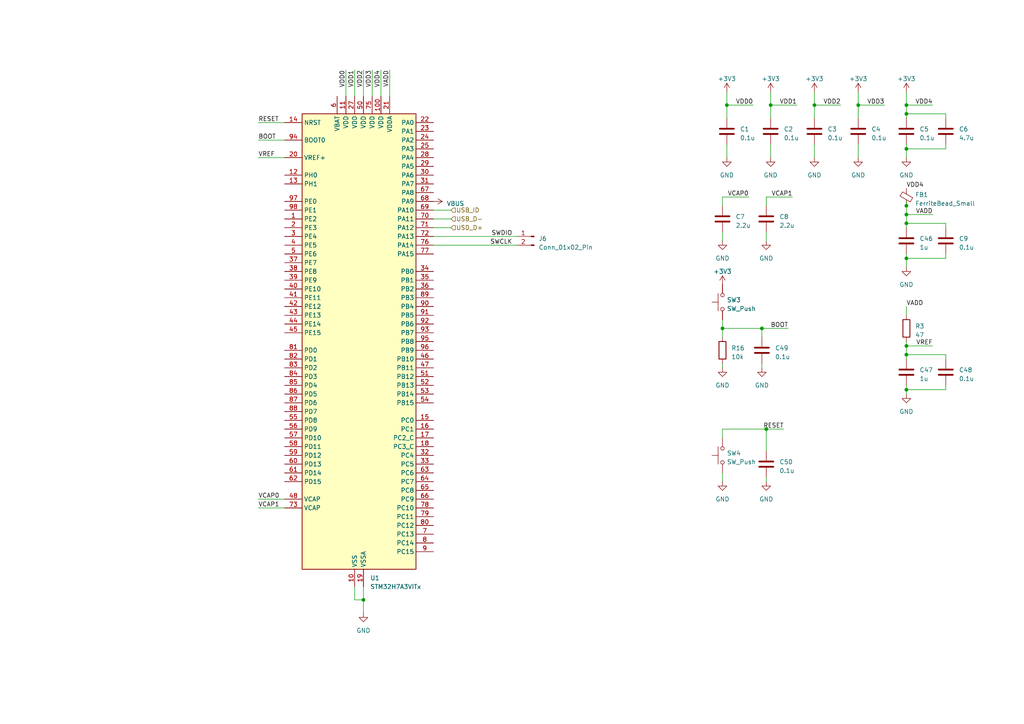
<source format=kicad_sch>
(kicad_sch (version 20230121) (generator eeschema)
  (paper "A4")
  (lib_symbols
    (symbol "Connector:Conn_01x02_Pin" (pin_names (offset 1.016) hide)
      (property "Reference" "J" (at 0 2.54 0))
      (property "Value" "Conn_01x02_Pin" (at 0 -5.08 0))
      (symbol "Conn_01x02_Pin_1_1"
        (polyline (pts (xy 1.27 -2.54) (xy 0.8636 -2.54)) (stroke (width 0.1524)))
        (polyline (pts (xy 1.27 0) (xy 0.8636 0)) (stroke (width 0.1524)))
        (rectangle (start 0.8636 -2.413) (end 0 -2.667) (stroke (width 0.1524)) (fill (type outline)))
        (rectangle (start 0.8636 0.127) (end 0 -0.127) (stroke (width 0.1524)) (fill (type outline)))
        (pin passive line (at 5.08 0 180) (length 3.81) (name "Pin_1") (number "1"))
        (pin passive line (at 5.08 -2.54 180) (length 3.81) (name "Pin_2") (number "2"))
      )
    )
    (symbol "Device:C" (pin_numbers hide) (pin_names (offset 0.254))
      (property "Reference" "C" (at 0.635 2.54 0))
      (property "Value" "C" (at 0.635 -2.54 0))
      (symbol "C_0_1"
        (polyline (pts (xy -2.032 -0.762) (xy 2.032 -0.762)) (stroke (width 0.508)))
        (polyline (pts (xy -2.032 0.762) (xy 2.032 0.762)) (stroke (width 0.508)))
      )
      (symbol "C_1_1"
        (pin passive line (at 0 3.81 270) (length 2.794) (name "~") (number "1"))
        (pin passive line (at 0 -3.81 90) (length 2.794) (name "~") (number "2"))
      )
    )
    (symbol "Device:FerriteBead_Small" (pin_numbers hide) (pin_names (offset 0))
      (property "Reference" "FB" (at 1.905 1.27 0))
      (property "Value" "FerriteBead_Small" (at 1.905 -1.27 0))
      (symbol "FerriteBead_Small_0_1"
        (polyline (pts (xy 0 -1.27) (xy 0 -0.7874)))
        (polyline (pts (xy 0 0.889) (xy 0 1.2954)))
        (polyline (pts (xy -1.8288 0.2794) (xy -1.1176 1.4986) (xy 1.8288 -0.2032) (xy 1.1176 -1.4224) (xy -1.8288 0.2794)))
      )
      (symbol "FerriteBead_Small_1_1"
        (pin passive line (at 0 2.54 270) (length 1.27) (name "~") (number "1"))
        (pin passive line (at 0 -2.54 90) (length 1.27) (name "~") (number "2"))
      )
    )
    (symbol "Device:R" (pin_numbers hide) (pin_names (offset 0))
      (property "Reference" "R" (at 2.032 0 90))
      (property "Value" "R" (at 0 0 90))
      (symbol "R_0_1"
        (rectangle (start -1.016 -2.54) (end 1.016 2.54) (stroke (width 0.254)))
      )
      (symbol "R_1_1"
        (pin passive line (at 0 3.81 270) (length 1.27) (name "~") (number "1"))
        (pin passive line (at 0 -3.81 90) (length 1.27) (name "~") (number "2"))
      )
    )
    (symbol "MCU_ST_STM32H7:STM32H7A3VITx"
      (property "Reference" "U" (at -15.24 67.31 0))
      (property "Value" "STM32H7A3VITx" (at 12.7 67.31 0))
      (symbol "STM32H7A3VITx_0_1"
        (rectangle (start -15.24 -66.04) (end 17.78 66.04) (stroke (width 0.254)) (fill (type background)))
      )
      (symbol "STM32H7A3VITx_1_1"
        (pin bidirectional line (at -20.32 35.56 0) (length 5.08) (name "PE2") (number "1"))
        (pin power_in line (at 0 -71.12 90) (length 5.08) (name "VSS") (number "10"))
        (pin power_in line (at 7.62 71.12 270) (length 5.08) (name "VDD") (number "100"))
        (pin power_in line (at -2.54 71.12 270) (length 5.08) (name "VDD") (number "11"))
        (pin bidirectional line (at -20.32 48.26 0) (length 5.08) (name "PH0") (number "12"))
        (pin bidirectional line (at -20.32 45.72 0) (length 5.08) (name "PH1") (number "13"))
        (pin input line (at -20.32 63.5 0) (length 5.08) (name "NRST") (number "14"))
        (pin bidirectional line (at 22.86 -22.86 180) (length 5.08) (name "PC0") (number "15"))
        (pin bidirectional line (at 22.86 -25.4 180) (length 5.08) (name "PC1") (number "16"))
        (pin bidirectional line (at 22.86 -27.94 180) (length 5.08) (name "PC2_C") (number "17"))
        (pin bidirectional line (at 22.86 -30.48 180) (length 5.08) (name "PC3_C") (number "18"))
        (pin power_in line (at 2.54 -71.12 90) (length 5.08) (name "VSSA") (number "19"))
        (pin bidirectional line (at -20.32 33.02 0) (length 5.08) (name "PE3") (number "2"))
        (pin input line (at -20.32 53.34 0) (length 5.08) (name "VREF+") (number "20"))
        (pin power_in line (at 10.16 71.12 270) (length 5.08) (name "VDDA") (number "21"))
        (pin bidirectional line (at 22.86 63.5 180) (length 5.08) (name "PA0") (number "22"))
        (pin bidirectional line (at 22.86 60.96 180) (length 5.08) (name "PA1") (number "23"))
        (pin bidirectional line (at 22.86 58.42 180) (length 5.08) (name "PA2") (number "24"))
        (pin bidirectional line (at 22.86 55.88 180) (length 5.08) (name "PA3") (number "25"))
        (pin passive line (at 0 -71.12 90) (length 5.08) hide (name "VSS") (number "26"))
        (pin power_in line (at 0 71.12 270) (length 5.08) (name "VDD") (number "27"))
        (pin bidirectional line (at 22.86 53.34 180) (length 5.08) (name "PA4") (number "28"))
        (pin bidirectional line (at 22.86 50.8 180) (length 5.08) (name "PA5") (number "29"))
        (pin bidirectional line (at -20.32 30.48 0) (length 5.08) (name "PE4") (number "3"))
        (pin bidirectional line (at 22.86 48.26 180) (length 5.08) (name "PA6") (number "30"))
        (pin bidirectional line (at 22.86 45.72 180) (length 5.08) (name "PA7") (number "31"))
        (pin bidirectional line (at 22.86 -33.02 180) (length 5.08) (name "PC4") (number "32"))
        (pin bidirectional line (at 22.86 -35.56 180) (length 5.08) (name "PC5") (number "33"))
        (pin bidirectional line (at 22.86 20.32 180) (length 5.08) (name "PB0") (number "34"))
        (pin bidirectional line (at 22.86 17.78 180) (length 5.08) (name "PB1") (number "35"))
        (pin bidirectional line (at 22.86 15.24 180) (length 5.08) (name "PB2") (number "36"))
        (pin bidirectional line (at -20.32 22.86 0) (length 5.08) (name "PE7") (number "37"))
        (pin bidirectional line (at -20.32 20.32 0) (length 5.08) (name "PE8") (number "38"))
        (pin bidirectional line (at -20.32 17.78 0) (length 5.08) (name "PE9") (number "39"))
        (pin bidirectional line (at -20.32 27.94 0) (length 5.08) (name "PE5") (number "4"))
        (pin bidirectional line (at -20.32 15.24 0) (length 5.08) (name "PE10") (number "40"))
        (pin bidirectional line (at -20.32 12.7 0) (length 5.08) (name "PE11") (number "41"))
        (pin bidirectional line (at -20.32 10.16 0) (length 5.08) (name "PE12") (number "42"))
        (pin bidirectional line (at -20.32 7.62 0) (length 5.08) (name "PE13") (number "43"))
        (pin bidirectional line (at -20.32 5.08 0) (length 5.08) (name "PE14") (number "44"))
        (pin bidirectional line (at -20.32 2.54 0) (length 5.08) (name "PE15") (number "45"))
        (pin bidirectional line (at 22.86 -5.08 180) (length 5.08) (name "PB10") (number "46"))
        (pin bidirectional line (at 22.86 -7.62 180) (length 5.08) (name "PB11") (number "47"))
        (pin power_out line (at -20.32 -45.72 0) (length 5.08) (name "VCAP") (number "48"))
        (pin passive line (at 0 -71.12 90) (length 5.08) hide (name "VSS") (number "49"))
        (pin bidirectional line (at -20.32 25.4 0) (length 5.08) (name "PE6") (number "5"))
        (pin power_in line (at 2.54 71.12 270) (length 5.08) (name "VDD") (number "50"))
        (pin bidirectional line (at 22.86 -10.16 180) (length 5.08) (name "PB12") (number "51"))
        (pin bidirectional line (at 22.86 -12.7 180) (length 5.08) (name "PB13") (number "52"))
        (pin bidirectional line (at 22.86 -15.24 180) (length 5.08) (name "PB14") (number "53"))
        (pin bidirectional line (at 22.86 -17.78 180) (length 5.08) (name "PB15") (number "54"))
        (pin bidirectional line (at -20.32 -22.86 0) (length 5.08) (name "PD8") (number "55"))
        (pin bidirectional line (at -20.32 -25.4 0) (length 5.08) (name "PD9") (number "56"))
        (pin bidirectional line (at -20.32 -27.94 0) (length 5.08) (name "PD10") (number "57"))
        (pin bidirectional line (at -20.32 -30.48 0) (length 5.08) (name "PD11") (number "58"))
        (pin bidirectional line (at -20.32 -33.02 0) (length 5.08) (name "PD12") (number "59"))
        (pin power_in line (at -5.08 71.12 270) (length 5.08) (name "VBAT") (number "6"))
        (pin bidirectional line (at -20.32 -35.56 0) (length 5.08) (name "PD13") (number "60"))
        (pin bidirectional line (at -20.32 -38.1 0) (length 5.08) (name "PD14") (number "61"))
        (pin bidirectional line (at -20.32 -40.64 0) (length 5.08) (name "PD15") (number "62"))
        (pin bidirectional line (at 22.86 -38.1 180) (length 5.08) (name "PC6") (number "63"))
        (pin bidirectional line (at 22.86 -40.64 180) (length 5.08) (name "PC7") (number "64"))
        (pin bidirectional line (at 22.86 -43.18 180) (length 5.08) (name "PC8") (number "65"))
        (pin bidirectional line (at 22.86 -45.72 180) (length 5.08) (name "PC9") (number "66"))
        (pin bidirectional line (at 22.86 43.18 180) (length 5.08) (name "PA8") (number "67"))
        (pin bidirectional line (at 22.86 40.64 180) (length 5.08) (name "PA9") (number "68"))
        (pin bidirectional line (at 22.86 38.1 180) (length 5.08) (name "PA10") (number "69"))
        (pin bidirectional line (at 22.86 -55.88 180) (length 5.08) (name "PC13") (number "7"))
        (pin bidirectional line (at 22.86 35.56 180) (length 5.08) (name "PA11") (number "70"))
        (pin bidirectional line (at 22.86 33.02 180) (length 5.08) (name "PA12") (number "71"))
        (pin bidirectional line (at 22.86 30.48 180) (length 5.08) (name "PA13") (number "72"))
        (pin power_out line (at -20.32 -48.26 0) (length 5.08) (name "VCAP") (number "73"))
        (pin passive line (at 0 -71.12 90) (length 5.08) hide (name "VSS") (number "74"))
        (pin power_in line (at 5.08 71.12 270) (length 5.08) (name "VDD") (number "75"))
        (pin bidirectional line (at 22.86 27.94 180) (length 5.08) (name "PA14") (number "76"))
        (pin bidirectional line (at 22.86 25.4 180) (length 5.08) (name "PA15") (number "77"))
        (pin bidirectional line (at 22.86 -48.26 180) (length 5.08) (name "PC10") (number "78"))
        (pin bidirectional line (at 22.86 -50.8 180) (length 5.08) (name "PC11") (number "79"))
        (pin bidirectional line (at 22.86 -58.42 180) (length 5.08) (name "PC14") (number "8"))
        (pin bidirectional line (at 22.86 -53.34 180) (length 5.08) (name "PC12") (number "80"))
        (pin bidirectional line (at -20.32 -2.54 0) (length 5.08) (name "PD0") (number "81"))
        (pin bidirectional line (at -20.32 -5.08 0) (length 5.08) (name "PD1") (number "82"))
        (pin bidirectional line (at -20.32 -7.62 0) (length 5.08) (name "PD2") (number "83"))
        (pin bidirectional line (at -20.32 -10.16 0) (length 5.08) (name "PD3") (number "84"))
        (pin bidirectional line (at -20.32 -12.7 0) (length 5.08) (name "PD4") (number "85"))
        (pin bidirectional line (at -20.32 -15.24 0) (length 5.08) (name "PD5") (number "86"))
        (pin bidirectional line (at -20.32 -17.78 0) (length 5.08) (name "PD6") (number "87"))
        (pin bidirectional line (at -20.32 -20.32 0) (length 5.08) (name "PD7") (number "88"))
        (pin bidirectional line (at 22.86 12.7 180) (length 5.08) (name "PB3") (number "89"))
        (pin bidirectional line (at 22.86 -60.96 180) (length 5.08) (name "PC15") (number "9"))
        (pin bidirectional line (at 22.86 10.16 180) (length 5.08) (name "PB4") (number "90"))
        (pin bidirectional line (at 22.86 7.62 180) (length 5.08) (name "PB5") (number "91"))
        (pin bidirectional line (at 22.86 5.08 180) (length 5.08) (name "PB6") (number "92"))
        (pin bidirectional line (at 22.86 2.54 180) (length 5.08) (name "PB7") (number "93"))
        (pin input line (at -20.32 58.42 0) (length 5.08) (name "BOOT0") (number "94"))
        (pin bidirectional line (at 22.86 0 180) (length 5.08) (name "PB8") (number "95"))
        (pin bidirectional line (at 22.86 -2.54 180) (length 5.08) (name "PB9") (number "96"))
        (pin bidirectional line (at -20.32 40.64 0) (length 5.08) (name "PE0") (number "97"))
        (pin bidirectional line (at -20.32 38.1 0) (length 5.08) (name "PE1") (number "98"))
        (pin passive line (at 0 -71.12 90) (length 5.08) hide (name "VSS") (number "99"))
      )
    )
    (symbol "Switch:SW_Push" (pin_numbers hide) (pin_names (offset 1.016) hide)
      (property "Reference" "SW" (at 1.27 2.54 0))
      (property "Value" "SW_Push" (at 0 -1.524 0))
      (symbol "SW_Push_0_1"
        (circle (center -2.032 0) (radius 0.508))
        (polyline (pts (xy 0 1.27) (xy 0 3.048)))
        (polyline (pts (xy 2.54 1.27) (xy -2.54 1.27)))
        (circle (center 2.032 0) (radius 0.508))
        (pin passive line (at -5.08 0 0) (length 2.54) (name "1") (number "1"))
        (pin passive line (at 5.08 0 180) (length 2.54) (name "2") (number "2"))
      )
    )
    (symbol "power:+3V3" (power) (pin_names (offset 0))
      (property "Value" "+3V3" (at 0 3.556 0))
      (symbol "+3V3_0_1"
        (polyline (pts (xy -0.762 1.27) (xy 0 2.54)))
        (polyline (pts (xy 0 0) (xy 0 2.54)))
        (polyline (pts (xy 0 2.54) (xy 0.762 1.27)))
      )
      (symbol "+3V3_1_1"
        (pin power_in line (at 0 0 90) (length 0) hide (name "+3V3") (number "1"))
      )
    )
    (symbol "power:GND" (power) (pin_names (offset 0))
      (property "Value" "GND" (at 0 -3.81 0))
      (symbol "GND_0_1"
        (polyline (pts (xy 0 0) (xy 0 -1.27) (xy 1.27 -1.27) (xy 0 -2.54) (xy -1.27 -1.27) (xy 0 -1.27)))
      )
      (symbol "GND_1_1"
        (pin power_in line (at 0 0 270) (length 0) hide (name "GND") (number "1"))
      )
    )
    (symbol "power:VBUS" (power) (pin_names (offset 0))
      (property "Value" "VBUS" (at 0 3.81 0))
      (symbol "VBUS_0_1"
        (polyline (pts (xy -0.762 1.27) (xy 0 2.54)))
        (polyline (pts (xy 0 0) (xy 0 2.54)))
        (polyline (pts (xy 0 2.54) (xy 0.762 1.27)))
      )
      (symbol "VBUS_1_1"
        (pin power_in line (at 0 0 90) (length 0) hide (name "VBUS") (number "1"))
      )
    )
  )
  (junction (at 210.82 30.48))
  (junction (at 262.89 113.03))
  (junction (at 262.89 43.18))
  (junction (at 262.89 59.69))
  (junction (at 209.55 95.25))
  (junction (at 262.89 100.33))
  (junction (at 262.89 64.77))
  (junction (at 262.89 30.48))
  (junction (at 105.41 173.99))
  (junction (at 248.92 30.48))
  (junction (at 222.25 124.46))
  (junction (at 262.89 102.87))
  (junction (at 223.52 30.48))
  (junction (at 220.98 95.25))
  (junction (at 262.89 33.02))
  (junction (at 262.89 62.23))
  (junction (at 236.22 30.48))
  (junction (at 262.89 74.93))
  (wire (pts (xy 210.82 30.48) (xy 210.82 34.29)))
  (wire (pts (xy 222.25 124.46) (xy 227.33 124.46)))
  (wire (pts (xy 262.89 30.48) (xy 270.51 30.48)))
  (wire (pts (xy 229.87 57.15) (xy 222.25 57.15)))
  (wire (pts (xy 262.89 33.02) (xy 262.89 34.29)))
  (wire (pts (xy 248.92 30.48) (xy 248.92 34.29)))
  (wire (pts (xy 125.73 71.12) (xy 149.86 71.12)))
  (wire (pts (xy 274.32 41.91) (xy 274.32 43.18)))
  (wire (pts (xy 262.89 100.33) (xy 262.89 102.87)))
  (wire (pts (xy 223.52 30.48) (xy 231.14 30.48)))
  (wire (pts (xy 262.89 113.03) (xy 262.89 114.3)))
  (wire (pts (xy 209.55 95.25) (xy 220.98 95.25)))
  (wire (pts (xy 220.98 95.25) (xy 228.6 95.25)))
  (wire (pts (xy 102.87 173.99) (xy 105.41 173.99)))
  (wire (pts (xy 100.33 20.32) (xy 100.33 27.94)))
  (wire (pts (xy 210.82 26.67) (xy 210.82 30.48)))
  (wire (pts (xy 125.73 63.5) (xy 130.81 63.5)))
  (wire (pts (xy 105.41 173.99) (xy 105.41 177.8)))
  (wire (pts (xy 217.17 57.15) (xy 209.55 57.15)))
  (wire (pts (xy 262.89 62.23) (xy 270.51 62.23)))
  (wire (pts (xy 262.89 30.48) (xy 262.89 33.02)))
  (wire (pts (xy 220.98 105.41) (xy 220.98 106.68)))
  (wire (pts (xy 74.93 147.32) (xy 82.55 147.32)))
  (wire (pts (xy 209.55 57.15) (xy 209.55 59.69)))
  (wire (pts (xy 209.55 105.41) (xy 209.55 106.68)))
  (wire (pts (xy 262.89 62.23) (xy 262.89 64.77)))
  (wire (pts (xy 222.25 67.31) (xy 222.25 69.85)))
  (wire (pts (xy 210.82 30.48) (xy 218.44 30.48)))
  (wire (pts (xy 113.03 20.32) (xy 113.03 27.94)))
  (wire (pts (xy 262.89 26.67) (xy 262.89 30.48)))
  (wire (pts (xy 74.93 144.78) (xy 82.55 144.78)))
  (wire (pts (xy 248.92 30.48) (xy 256.54 30.48)))
  (wire (pts (xy 222.25 138.43) (xy 222.25 139.7)))
  (wire (pts (xy 209.55 67.31) (xy 209.55 69.85)))
  (wire (pts (xy 262.89 88.9) (xy 262.89 91.44)))
  (wire (pts (xy 262.89 73.66) (xy 262.89 74.93)))
  (wire (pts (xy 209.55 92.71) (xy 209.55 95.25)))
  (wire (pts (xy 105.41 20.32) (xy 105.41 27.94)))
  (wire (pts (xy 274.32 111.76) (xy 274.32 113.03)))
  (wire (pts (xy 270.51 100.33) (xy 262.89 100.33)))
  (wire (pts (xy 209.55 124.46) (xy 222.25 124.46)))
  (wire (pts (xy 274.32 64.77) (xy 274.32 66.04)))
  (wire (pts (xy 220.98 95.25) (xy 220.98 97.79)))
  (wire (pts (xy 223.52 30.48) (xy 223.52 34.29)))
  (wire (pts (xy 274.32 33.02) (xy 274.32 34.29)))
  (wire (pts (xy 262.89 59.69) (xy 262.89 58.42)))
  (wire (pts (xy 110.49 20.32) (xy 110.49 27.94)))
  (wire (pts (xy 74.93 45.72) (xy 82.55 45.72)))
  (wire (pts (xy 262.89 102.87) (xy 274.32 102.87)))
  (wire (pts (xy 74.93 35.56) (xy 82.55 35.56)))
  (wire (pts (xy 210.82 41.91) (xy 210.82 45.72)))
  (wire (pts (xy 262.89 41.91) (xy 262.89 43.18)))
  (wire (pts (xy 125.73 66.04) (xy 130.81 66.04)))
  (wire (pts (xy 262.89 64.77) (xy 274.32 64.77)))
  (wire (pts (xy 274.32 113.03) (xy 262.89 113.03)))
  (wire (pts (xy 262.89 43.18) (xy 262.89 45.72)))
  (wire (pts (xy 209.55 137.16) (xy 209.55 139.7)))
  (wire (pts (xy 274.32 74.93) (xy 262.89 74.93)))
  (wire (pts (xy 248.92 41.91) (xy 248.92 45.72)))
  (wire (pts (xy 236.22 30.48) (xy 236.22 34.29)))
  (wire (pts (xy 274.32 43.18) (xy 262.89 43.18)))
  (wire (pts (xy 102.87 170.18) (xy 102.87 173.99)))
  (wire (pts (xy 262.89 62.23) (xy 262.89 59.69)))
  (wire (pts (xy 262.89 64.77) (xy 262.89 66.04)))
  (wire (pts (xy 274.32 102.87) (xy 274.32 104.14)))
  (wire (pts (xy 102.87 20.32) (xy 102.87 27.94)))
  (wire (pts (xy 209.55 95.25) (xy 209.55 97.79)))
  (wire (pts (xy 222.25 57.15) (xy 222.25 59.69)))
  (wire (pts (xy 262.89 111.76) (xy 262.89 113.03)))
  (wire (pts (xy 74.93 40.64) (xy 82.55 40.64)))
  (wire (pts (xy 105.41 170.18) (xy 105.41 173.99)))
  (wire (pts (xy 222.25 124.46) (xy 222.25 130.81)))
  (wire (pts (xy 236.22 41.91) (xy 236.22 45.72)))
  (wire (pts (xy 248.92 26.67) (xy 248.92 30.48)))
  (wire (pts (xy 125.73 68.58) (xy 149.86 68.58)))
  (wire (pts (xy 125.73 60.96) (xy 130.81 60.96)))
  (wire (pts (xy 223.52 41.91) (xy 223.52 45.72)))
  (wire (pts (xy 236.22 30.48) (xy 243.84 30.48)))
  (wire (pts (xy 107.95 20.32) (xy 107.95 27.94)))
  (wire (pts (xy 262.89 99.06) (xy 262.89 100.33)))
  (wire (pts (xy 262.89 33.02) (xy 274.32 33.02)))
  (wire (pts (xy 209.55 124.46) (xy 209.55 127)))
  (wire (pts (xy 274.32 73.66) (xy 274.32 74.93)))
  (wire (pts (xy 223.52 26.67) (xy 223.52 30.48)))
  (wire (pts (xy 236.22 26.67) (xy 236.22 30.48)))
  (wire (pts (xy 262.89 74.93) (xy 262.89 77.47)))
  (wire (pts (xy 262.89 102.87) (xy 262.89 104.14)))
  (label "VREF" (at 270.51 100.33 180))
  (label "VADD" (at 262.89 88.9 0))
  (label "VDD4" (at 270.51 30.48 180))
  (label "VDD4" (at 110.49 20.32 270))
  (label "VDD0" (at 218.44 30.48 180))
  (label "VCAP0" (at 217.17 57.15 180))
  (label "RESET" (at 74.93 35.56 0))
  (label "VDD1" (at 102.87 20.32 270))
  (label "VREF" (at 74.93 45.72 0))
  (label "VDD1" (at 231.14 30.48 180))
  (label "VDD4" (at 262.89 54.61 0))
  (label "SWCLK" (at 148.59 71.12 180))
  (label "VDD2" (at 243.84 30.48 180))
  (label "VCAP1" (at 74.93 147.32 0))
  (label "VADD" (at 270.51 62.23 180))
  (label "VDD3" (at 107.95 20.32 270))
  (label "VCAP1" (at 229.87 57.15 180))
  (label "RESET" (at 227.33 124.46 180))
  (label "BOOT" (at 228.6 95.25 180))
  (label "BOOT" (at 74.93 40.64 0))
  (label "VADD" (at 113.03 20.32 270))
  (label "VCAP0" (at 74.93 144.78 0))
  (label "VDD0" (at 100.33 20.32 270))
  (label "VDD3" (at 256.54 30.48 180))
  (label "VDD2" (at 105.41 20.32 270))
  (label "SWDIO" (at 148.59 68.58 180))
  (hierarchical_label "USD_D+" (shape input) (at 130.81 66.04 0))
  (hierarchical_label "USB_ID" (shape input) (at 130.81 60.96 0))
  (hierarchical_label "USB_D-" (shape input) (at 130.81 63.5 0))
  (symbol (lib_id "Device:R") (at 209.55 101.6 0) (unit 1)
    (property "Reference" "R16" (at 212.09 100.965 0) (effects (justify left)))
    (property "Value" "10k" (at 212.09 103.505 0) (effects (justify left)))
  )
  (symbol (lib_id "Device:C") (at 223.52 38.1 0) (unit 1)
    (property "Reference" "C2" (at 227.33 37.465 0) (effects (justify left)))
    (property "Value" "0.1u" (at 227.33 40.005 0) (effects (justify left)))
  )
  (symbol (lib_id "power:GND") (at 248.92 45.72 0) (unit 1)
    (property "Reference" "#PWR011" (effects hide))
    (property "Value" "GND" (at 248.92 50.8 0))
  )
  (symbol (lib_id "power:GND") (at 209.55 106.68 0) (unit 1)
    (property "Reference" "#PWR0121" (effects hide))
    (property "Value" "GND" (at 209.55 111.76 0))
  )
  (symbol (lib_id "Switch:SW_Push") (at 209.55 132.08 90) (unit 1)
    (property "Reference" "SW4" (at 210.82 131.445 90) (effects (justify right)))
    (property "Value" "SW_Push" (at 210.82 133.985 90) (effects (justify right)))
  )
  (symbol (lib_id "power:GND") (at 223.52 45.72 0) (unit 1)
    (property "Reference" "#PWR06" (effects hide))
    (property "Value" "GND" (at 223.52 50.8 0))
  )
  (symbol (lib_id "Device:C") (at 248.92 38.1 0) (unit 1)
    (property "Reference" "C4" (at 252.73 37.465 0) (effects (justify left)))
    (property "Value" "0.1u" (at 252.73 40.005 0) (effects (justify left)))
  )
  (symbol (lib_id "power:+3V3") (at 248.92 26.67 0) (unit 1)
    (property "Reference" "#PWR010" (effects hide))
    (property "Value" "+3V3" (at 248.92 22.86 0))
  )
  (symbol (lib_id "power:+3V3") (at 223.52 26.67 0) (unit 1)
    (property "Reference" "#PWR05" (effects hide))
    (property "Value" "+3V3" (at 223.52 22.86 0))
  )
  (symbol (lib_id "power:+3V3") (at 262.89 26.67 0) (unit 1)
    (property "Reference" "#PWR07" (effects hide))
    (property "Value" "+3V3" (at 262.89 22.86 0))
  )
  (symbol (lib_id "Device:C") (at 274.32 69.85 0) (unit 1)
    (property "Reference" "C9" (at 278.13 69.215 0) (effects (justify left)))
    (property "Value" "0.1u" (at 278.13 71.755 0) (effects (justify left)))
  )
  (symbol (lib_id "power:GND") (at 209.55 139.7 0) (unit 1)
    (property "Reference" "#PWR0124" (effects hide))
    (property "Value" "GND" (at 209.55 144.78 0))
  )
  (symbol (lib_id "power:GND") (at 262.89 114.3 0) (unit 1)
    (property "Reference" "#PWR0118" (effects hide))
    (property "Value" "GND" (at 262.89 119.38 0))
  )
  (symbol (lib_id "power:GND") (at 222.25 139.7 0) (unit 1)
    (property "Reference" "#PWR0125" (effects hide))
    (property "Value" "GND" (at 222.25 144.78 0))
  )
  (symbol (lib_id "Device:C") (at 274.32 38.1 0) (unit 1)
    (property "Reference" "C6" (at 278.13 37.465 0) (effects (justify left)))
    (property "Value" "4.7u" (at 278.13 40.005 0) (effects (justify left)))
  )
  (symbol (lib_id "Device:C") (at 262.89 107.95 0) (unit 1)
    (property "Reference" "C47" (at 266.7 107.315 0) (effects (justify left)))
    (property "Value" "1u" (at 266.7 109.855 0) (effects (justify left)))
  )
  (symbol (lib_id "power:GND") (at 262.89 77.47 0) (unit 1)
    (property "Reference" "#PWR0119" (effects hide))
    (property "Value" "GND" (at 262.89 82.55 0))
  )
  (symbol (lib_id "Connector:Conn_01x02_Pin") (at 154.94 68.58 0) (mirror y) (unit 1)
    (property "Reference" "J6" (at 156.21 69.215 0) (effects (justify right)))
    (property "Value" "Conn_01x02_Pin" (at 156.21 71.755 0) (effects (justify right)))
    (property "Footprint" "Connector:JWT_A3963_1x02_P3.96mm_Vertical" (effects hide))
  )
  (symbol (lib_id "power:+3V3") (at 209.55 82.55 0) (unit 1)
    (property "Reference" "#PWR0122" (effects hide))
    (property "Value" "+3V3" (at 209.55 78.74 0))
  )
  (symbol (lib_id "power:GND") (at 222.25 69.85 0) (unit 1)
    (property "Reference" "#PWR0117" (effects hide))
    (property "Value" "GND" (at 222.25 74.93 0))
  )
  (symbol (lib_id "Device:C") (at 262.89 38.1 0) (unit 1)
    (property "Reference" "C5" (at 266.7 37.465 0) (effects (justify left)))
    (property "Value" "0.1u" (at 266.7 40.005 0) (effects (justify left)))
  )
  (symbol (lib_id "Device:C") (at 236.22 38.1 0) (unit 1)
    (property "Reference" "C3" (at 240.03 37.465 0) (effects (justify left)))
    (property "Value" "0.1u" (at 240.03 40.005 0) (effects (justify left)))
  )
  (symbol (lib_id "power:GND") (at 236.22 45.72 0) (unit 1)
    (property "Reference" "#PWR09" (effects hide))
    (property "Value" "GND" (at 236.22 50.8 0))
  )
  (symbol (lib_id "Device:C") (at 220.98 101.6 0) (unit 1)
    (property "Reference" "C49" (at 224.79 100.965 0) (effects (justify left)))
    (property "Value" "0.1u" (at 224.79 103.505 0) (effects (justify left)))
  )
  (symbol (lib_id "power:GND") (at 105.41 177.8 0) (unit 1)
    (property "Reference" "#PWR0120" (effects hide))
    (property "Value" "GND" (at 105.41 182.88 0))
  )
  (symbol (lib_id "Device:C") (at 210.82 38.1 0) (unit 1)
    (property "Reference" "C1" (at 214.63 37.465 0) (effects (justify left)))
    (property "Value" "0.1u" (at 214.63 40.005 0) (effects (justify left)))
  )
  (symbol (lib_id "Switch:SW_Push") (at 209.55 87.63 90) (unit 1)
    (property "Reference" "SW3" (at 210.82 86.995 90) (effects (justify right)))
    (property "Value" "SW_Push" (at 210.82 89.535 90) (effects (justify right)))
  )
  (symbol (lib_id "Device:C") (at 274.32 107.95 0) (unit 1)
    (property "Reference" "C48" (at 278.13 107.315 0) (effects (justify left)))
    (property "Value" "0.1u" (at 278.13 109.855 0) (effects (justify left)))
  )
  (symbol (lib_id "power:GND") (at 220.98 106.68 0) (unit 1)
    (property "Reference" "#PWR0123" (effects hide))
    (property "Value" "GND" (at 220.98 111.76 0))
  )
  (symbol (lib_id "power:GND") (at 262.89 45.72 0) (unit 1)
    (property "Reference" "#PWR013" (effects hide))
    (property "Value" "GND" (at 262.89 50.8 0))
  )
  (symbol (lib_id "power:GND") (at 210.82 45.72 0) (unit 1)
    (property "Reference" "#PWR04" (effects hide))
    (property "Value" "GND" (at 210.82 50.8 0))
  )
  (symbol (lib_id "Device:R") (at 262.89 95.25 0) (unit 1)
    (property "Reference" "R3" (at 265.43 94.615 0) (effects (justify left)))
    (property "Value" "47" (at 265.43 97.155 0) (effects (justify left)))
  )
  (symbol (lib_id "MCU_ST_STM32H7:STM32H7A3VITx") (at 102.87 99.06 0) (unit 1)
    (property "Reference" "U1" (at 107.3659 167.64 0) (effects (justify left)))
    (property "Value" "STM32H7A3VITx" (at 107.3659 170.18 0) (effects (justify left)))
    (property "Footprint" "Package_QFP:LQFP-100_14x14mm_P0.5mm" (effects hide))
    (property "Datasheet" "https://www.st.com/resource/en/datasheet/stm32h7a3vi.pdf" (effects hide))
  )
  (symbol (lib_id "power:+3V3") (at 236.22 26.67 0) (unit 1)
    (property "Reference" "#PWR08" (effects hide))
    (property "Value" "+3V3" (at 236.22 22.86 0))
  )
  (symbol (lib_id "Device:C") (at 209.55 63.5 0) (unit 1)
    (property "Reference" "C7" (at 213.36 62.865 0) (effects (justify left)))
    (property "Value" "2.2u" (at 213.36 65.405 0) (effects (justify left)))
  )
  (symbol (lib_id "Device:C") (at 262.89 69.85 0) (unit 1)
    (property "Reference" "C46" (at 266.7 69.215 0) (effects (justify left)))
    (property "Value" "1u" (at 266.7 71.755 0) (effects (justify left)))
  )
  (symbol (lib_id "power:+3V3") (at 210.82 26.67 0) (unit 1)
    (property "Reference" "#PWR02" (effects hide))
    (property "Value" "+3V3" (at 210.82 22.86 0))
  )
  (symbol (lib_id "power:GND") (at 209.55 69.85 0) (unit 1)
    (property "Reference" "#PWR0116" (effects hide))
    (property "Value" "GND" (at 209.55 74.93 0))
  )
  (symbol (lib_id "Device:C") (at 222.25 134.62 0) (unit 1)
    (property "Reference" "C50" (at 226.06 133.985 0) (effects (justify left)))
    (property "Value" "0.1u" (at 226.06 136.525 0) (effects (justify left)))
  )
  (symbol (lib_id "Device:C") (at 222.25 63.5 0) (unit 1)
    (property "Reference" "C8" (at 226.06 62.865 0) (effects (justify left)))
    (property "Value" "2.2u" (at 226.06 65.405 0) (effects (justify left)))
  )
  (symbol (lib_id "Device:FerriteBead_Small") (at 262.89 57.15 0) (unit 1)
    (property "Reference" "FB1" (at 265.43 56.4769 0) (effects (justify left)))
    (property "Value" "FerriteBead_Small" (at 265.43 59.0169 0) (effects (justify left)))
  )
  (symbol (lib_id "power:VBUS") (at 125.73 58.42 270) (unit 1)
    (property "Reference" "#PWR0174" (effects hide))
    (property "Value" "VBUS" (at 129.54 59.055 90) (effects (justify left)))
  )
)
</source>
